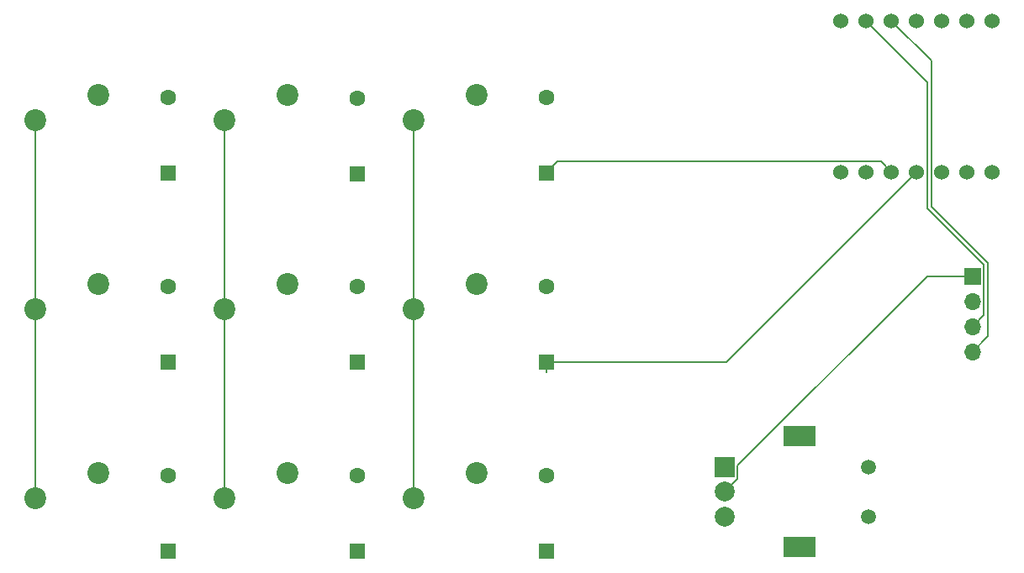
<source format=gbr>
%TF.GenerationSoftware,KiCad,Pcbnew,9.0.2*%
%TF.CreationDate,2025-07-02T20:50:27-04:00*%
%TF.ProjectId,Hackpad,4861636b-7061-4642-9e6b-696361645f70,rev?*%
%TF.SameCoordinates,Original*%
%TF.FileFunction,Copper,L2,Bot*%
%TF.FilePolarity,Positive*%
%FSLAX46Y46*%
G04 Gerber Fmt 4.6, Leading zero omitted, Abs format (unit mm)*
G04 Created by KiCad (PCBNEW 9.0.2) date 2025-07-02 20:50:27*
%MOMM*%
%LPD*%
G01*
G04 APERTURE LIST*
G04 Aperture macros list*
%AMRoundRect*
0 Rectangle with rounded corners*
0 $1 Rounding radius*
0 $2 $3 $4 $5 $6 $7 $8 $9 X,Y pos of 4 corners*
0 Add a 4 corners polygon primitive as box body*
4,1,4,$2,$3,$4,$5,$6,$7,$8,$9,$2,$3,0*
0 Add four circle primitives for the rounded corners*
1,1,$1+$1,$2,$3*
1,1,$1+$1,$4,$5*
1,1,$1+$1,$6,$7*
1,1,$1+$1,$8,$9*
0 Add four rect primitives between the rounded corners*
20,1,$1+$1,$2,$3,$4,$5,0*
20,1,$1+$1,$4,$5,$6,$7,0*
20,1,$1+$1,$6,$7,$8,$9,0*
20,1,$1+$1,$8,$9,$2,$3,0*%
G04 Aperture macros list end*
%TA.AperFunction,ComponentPad*%
%ADD10O,1.700000X1.700000*%
%TD*%
%TA.AperFunction,ComponentPad*%
%ADD11R,1.700000X1.700000*%
%TD*%
%TA.AperFunction,ComponentPad*%
%ADD12C,2.200000*%
%TD*%
%TA.AperFunction,ComponentPad*%
%ADD13RoundRect,0.250000X0.550000X-0.550000X0.550000X0.550000X-0.550000X0.550000X-0.550000X-0.550000X0*%
%TD*%
%TA.AperFunction,ComponentPad*%
%ADD14C,1.600000*%
%TD*%
%TA.AperFunction,ComponentPad*%
%ADD15C,1.524000*%
%TD*%
%TA.AperFunction,ComponentPad*%
%ADD16C,1.500000*%
%TD*%
%TA.AperFunction,ComponentPad*%
%ADD17R,2.000000X2.000000*%
%TD*%
%TA.AperFunction,ComponentPad*%
%ADD18C,2.000000*%
%TD*%
%TA.AperFunction,ComponentPad*%
%ADD19R,3.200000X2.000000*%
%TD*%
%TA.AperFunction,Conductor*%
%ADD20C,0.200000*%
%TD*%
G04 APERTURE END LIST*
D10*
%TO.P,U2,4,SDA*%
%TO.N,OL_SDA*%
X223915000Y-87525000D03*
%TO.P,U2,3,SCL*%
%TO.N,OL_SCL*%
X223915000Y-84985000D03*
%TO.P,U2,2,VCC*%
%TO.N,Net-(U1-3V3)*%
X223915000Y-82445000D03*
D11*
%TO.P,U2,1,GND*%
%TO.N,GND*%
X223915000Y-79905000D03*
%TD*%
D12*
%TO.P,SW7,1,1*%
%TO.N,Net-(D7-A)*%
X135890000Y-99695000D03*
%TO.P,SW7,2,2*%
%TO.N,Col 0*%
X129540000Y-102235000D03*
%TD*%
%TO.P,SW5,1,1*%
%TO.N,Net-(D5-A)*%
X154940000Y-80645000D03*
%TO.P,SW5,2,2*%
%TO.N,Col 1*%
X148590000Y-83185000D03*
%TD*%
D13*
%TO.P,D9,1,K*%
%TO.N,Row 2*%
X180975000Y-107632500D03*
D14*
%TO.P,D9,2,A*%
%TO.N,Net-(D9-A)*%
X180975000Y-100012500D03*
%TD*%
D13*
%TO.P,D8,1,K*%
%TO.N,Row 2*%
X161925000Y-107632500D03*
D14*
%TO.P,D8,2,A*%
%TO.N,Net-(D8-A)*%
X161925000Y-100012500D03*
%TD*%
D13*
%TO.P,D6,1,K*%
%TO.N,Row 1*%
X180975000Y-88582500D03*
D14*
%TO.P,D6,2,A*%
%TO.N,Net-(D6-A)*%
X180975000Y-80962500D03*
%TD*%
D12*
%TO.P,SW1,1,1*%
%TO.N,Net-(D1-A)*%
X135890000Y-61595000D03*
%TO.P,SW1,2,2*%
%TO.N,Col 0*%
X129540000Y-64135000D03*
%TD*%
%TO.P,SW6,1,1*%
%TO.N,Net-(D6-A)*%
X173990000Y-80645000D03*
%TO.P,SW6,2,2*%
%TO.N,Col 2*%
X167640000Y-83185000D03*
%TD*%
%TO.P,SW2,1,1*%
%TO.N,Net-(D2-A)*%
X154940000Y-61595000D03*
%TO.P,SW2,2,2*%
%TO.N,Col 1*%
X148590000Y-64135000D03*
%TD*%
D15*
%TO.P,U1,1,GPIO26/ADC0/A0*%
%TO.N,Col 2*%
X225920000Y-54180000D03*
%TO.P,U1,2,GPIO27/ADC1/A1*%
%TO.N,Col 1*%
X223380000Y-54180000D03*
%TO.P,U1,3,GPIO28/ADC2/A2*%
%TO.N,Col 0*%
X220840000Y-54180000D03*
%TO.P,U1,4,GPIO29/ADC3/A3*%
%TO.N,Row 2*%
X218300000Y-54180000D03*
%TO.P,U1,5,GPIO6/SDA*%
%TO.N,OL_SDA*%
X215760000Y-54180000D03*
%TO.P,U1,6,GPIO7/SCL*%
%TO.N,OL_SCL*%
X213220000Y-54180000D03*
%TO.P,U1,7,GPIO0/TX*%
%TO.N,unconnected-(U1-GPIO0{slash}TX-Pad7)*%
X210680000Y-54180000D03*
%TO.P,U1,8,GPIO1/RX*%
%TO.N,EN_A*%
X210680000Y-69420000D03*
%TO.P,U1,9,GPIO2/SCK*%
%TO.N,EN_B*%
X213220000Y-69420000D03*
%TO.P,U1,10,GPIO4/MISO*%
%TO.N,Row 0*%
X215760000Y-69420000D03*
%TO.P,U1,11,GPIO3/MOSI*%
%TO.N,Row 1*%
X218300000Y-69420000D03*
%TO.P,U1,12,3V3*%
%TO.N,Net-(U1-3V3)*%
X220840000Y-69420000D03*
%TO.P,U1,13,GND*%
%TO.N,GND*%
X223380000Y-69420000D03*
%TO.P,U1,14,VBUS*%
%TO.N,+5V*%
X225920000Y-69420000D03*
%TD*%
D13*
%TO.P,D5,1,K*%
%TO.N,Row 1*%
X161925000Y-88582500D03*
D14*
%TO.P,D5,2,A*%
%TO.N,Net-(D5-A)*%
X161925000Y-80962500D03*
%TD*%
D12*
%TO.P,SW3,1,1*%
%TO.N,Net-(D3-A)*%
X173990000Y-61595000D03*
%TO.P,SW3,2,2*%
%TO.N,Col 2*%
X167640000Y-64135000D03*
%TD*%
%TO.P,SW8,1,1*%
%TO.N,Net-(D8-A)*%
X154940000Y-99695000D03*
%TO.P,SW8,2,2*%
%TO.N,Col 1*%
X148590000Y-102235000D03*
%TD*%
D13*
%TO.P,D4,1,K*%
%TO.N,Row 1*%
X142875000Y-88582500D03*
D14*
%TO.P,D4,2,A*%
%TO.N,Net-(D4-A)*%
X142875000Y-80962500D03*
%TD*%
D12*
%TO.P,SW9,1,1*%
%TO.N,Net-(D9-A)*%
X173990000Y-99695000D03*
%TO.P,SW9,2,2*%
%TO.N,Col 2*%
X167640000Y-102235000D03*
%TD*%
D13*
%TO.P,D1,1,K*%
%TO.N,Row 0*%
X142875000Y-69532500D03*
D14*
%TO.P,D1,2,A*%
%TO.N,Net-(D1-A)*%
X142875000Y-61912500D03*
%TD*%
D13*
%TO.P,D7,1,K*%
%TO.N,Row 2*%
X142875000Y-107632500D03*
D14*
%TO.P,D7,2,A*%
%TO.N,Net-(D7-A)*%
X142875000Y-100012500D03*
%TD*%
D13*
%TO.P,D2,1,K*%
%TO.N,Row 0*%
X161925000Y-69578750D03*
D14*
%TO.P,D2,2,A*%
%TO.N,Net-(D2-A)*%
X161925000Y-61958750D03*
%TD*%
D16*
%TO.P,SW10,*%
%TO.N,*%
X213475000Y-99100000D03*
X213475000Y-104100000D03*
D17*
%TO.P,SW10,A,A*%
%TO.N,EN_A*%
X198975000Y-99100000D03*
D18*
%TO.P,SW10,B,B*%
%TO.N,EN_B*%
X198975000Y-104100000D03*
%TO.P,SW10,C,C*%
%TO.N,GND*%
X198975000Y-101600000D03*
D19*
%TO.P,SW10,MP*%
%TO.N,N/C*%
X206475000Y-96000000D03*
X206475000Y-107200000D03*
%TD*%
D12*
%TO.P,SW4,1,1*%
%TO.N,Net-(D4-A)*%
X135890000Y-80645000D03*
%TO.P,SW4,2,2*%
%TO.N,Col 0*%
X129540000Y-83185000D03*
%TD*%
D13*
%TO.P,D3,1,K*%
%TO.N,Row 0*%
X180975000Y-69532500D03*
D14*
%TO.P,D3,2,A*%
%TO.N,Net-(D3-A)*%
X180975000Y-61912500D03*
%TD*%
D20*
%TO.N,Row 0*%
X182150500Y-68357000D02*
X180975000Y-69532500D01*
X214697000Y-68357000D02*
X182150500Y-68357000D01*
X215760000Y-69420000D02*
X214697000Y-68357000D01*
%TO.N,Row 1*%
X199137500Y-88582500D02*
X180975000Y-88582500D01*
X218300000Y-69420000D02*
X199137500Y-88582500D01*
%TO.N,OL_SDA*%
X225467000Y-85973000D02*
X223915000Y-87525000D01*
X219764000Y-58184000D02*
X219764000Y-72884900D01*
X219764000Y-72884900D02*
X225467000Y-78587900D01*
X225467000Y-78587900D02*
X225467000Y-85973000D01*
X215760000Y-54180000D02*
X219764000Y-58184000D01*
%TO.N,OL_SCL*%
X225066000Y-78754000D02*
X225066000Y-83834000D01*
X219363000Y-60323000D02*
X219363000Y-73051000D01*
X219363000Y-73051000D02*
X225066000Y-78754000D01*
X213220000Y-54180000D02*
X219363000Y-60323000D01*
X225066000Y-83834000D02*
X223915000Y-84985000D01*
%TO.N,GND*%
X219368000Y-79905000D02*
X200276000Y-98997000D01*
X200276000Y-98997000D02*
X200276000Y-100299000D01*
X223915000Y-79905000D02*
X219368000Y-79905000D01*
%TO.N,Row 1*%
X180975000Y-88965000D02*
X180975000Y-89535000D01*
%TO.N,Col 0*%
X129540000Y-64135000D02*
X129540000Y-102235000D01*
%TO.N,Col 1*%
X148590000Y-64135000D02*
X148590000Y-102235000D01*
%TO.N,Col 2*%
X167640000Y-64135000D02*
X167640000Y-102235000D01*
%TO.N,GND*%
X200276000Y-100299000D02*
X198975000Y-101600000D01*
%TD*%
M02*

</source>
